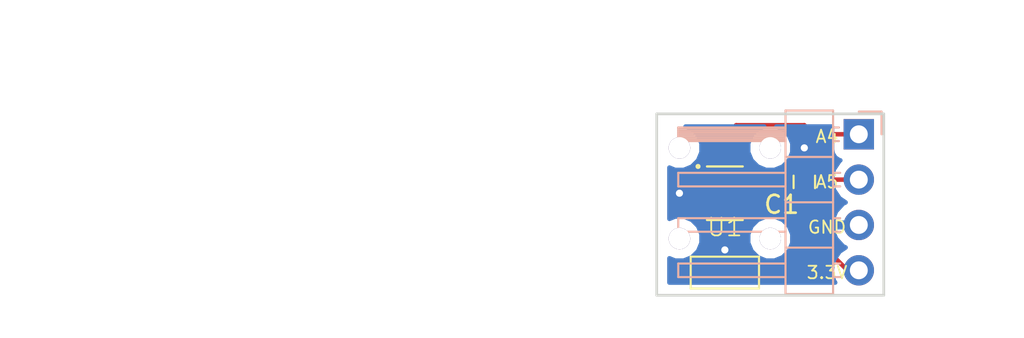
<source format=kicad_pcb>
(kicad_pcb (version 4) (host pcbnew 4.0.7-e2-6376~60~ubuntu17.10.1)

  (general
    (links 9)
    (no_connects 0)
    (area 161.849999 100.889999 174.700001 111.200001)
    (thickness 1.6)
    (drawings 14)
    (tracks 23)
    (zones 0)
    (modules 8)
    (nets 8)
  )

  (page A4)
  (layers
    (0 F.Cu signal)
    (31 B.Cu signal)
    (32 B.Adhes user)
    (33 F.Adhes user)
    (34 B.Paste user)
    (35 F.Paste user)
    (36 B.SilkS user)
    (37 F.SilkS user)
    (38 B.Mask user)
    (39 F.Mask user)
    (40 Dwgs.User user)
    (41 Cmts.User user)
    (42 Eco1.User user)
    (43 Eco2.User user)
    (44 Edge.Cuts user)
    (45 Margin user)
    (46 B.CrtYd user)
    (47 F.CrtYd user)
    (48 B.Fab user)
    (49 F.Fab user)
  )

  (setup
    (last_trace_width 0.25)
    (trace_clearance 0.2)
    (zone_clearance 0.508)
    (zone_45_only no)
    (trace_min 0.2)
    (segment_width 0.2)
    (edge_width 0.15)
    (via_size 0.6)
    (via_drill 0.4)
    (via_min_size 0.4)
    (via_min_drill 0.3)
    (uvia_size 0.3)
    (uvia_drill 0.1)
    (uvias_allowed no)
    (uvia_min_size 0.2)
    (uvia_min_drill 0.1)
    (pcb_text_width 0.3)
    (pcb_text_size 1.5 1.5)
    (mod_edge_width 0.15)
    (mod_text_size 1 1)
    (mod_text_width 0.15)
    (pad_size 1.199 1.199)
    (pad_drill 1.19888)
    (pad_to_mask_clearance 0.2)
    (aux_axis_origin 0 0)
    (visible_elements FFFFFF7F)
    (pcbplotparams
      (layerselection 0x010ff_80000001)
      (usegerberextensions true)
      (excludeedgelayer true)
      (linewidth 0.100000)
      (plotframeref false)
      (viasonmask false)
      (mode 1)
      (useauxorigin false)
      (hpglpennumber 1)
      (hpglpenspeed 20)
      (hpglpendiameter 15)
      (hpglpenoverlay 2)
      (psnegative false)
      (psa4output false)
      (plotreference true)
      (plotvalue true)
      (plotinvisibletext false)
      (padsonsilk false)
      (subtractmaskfromsilk false)
      (outputformat 1)
      (mirror false)
      (drillshape 0)
      (scaleselection 1)
      (outputdirectory /home/ed/Kicad/Cosmonode_full/Cosmonode_ext01/gerber/))
  )

  (net 0 "")
  (net 1 +3V3)
  (net 2 GND)
  (net 3 A5)
  (net 4 A4)
  (net 5 "Net-(J3-Pad1)")
  (net 6 "Net-(J3-Pad3)")
  (net 7 "Net-(U1-Pad7)")

  (net_class Default "Ceci est la Netclass par défaut"
    (clearance 0.2)
    (trace_width 0.25)
    (via_dia 0.6)
    (via_drill 0.4)
    (uvia_dia 0.3)
    (uvia_drill 0.1)
    (add_net +3V3)
    (add_net A4)
    (add_net A5)
    (add_net GND)
    (add_net "Net-(J3-Pad1)")
    (add_net "Net-(J3-Pad3)")
    (add_net "Net-(U1-Pad7)")
  )

  (module Pin_Headers:Pin_Header_Angled_1x04_Pitch2.54mm (layer B.Cu) (tedit 5A454413) (tstamp 5A2EA6CC)
    (at 173.228 102.108 180)
    (descr "Through hole angled pin header, 1x04, 2.54mm pitch, 6mm pin length, single row")
    (tags "Through hole angled pin header THT 1x04 2.54mm single row")
    (path /5A2EA633)
    (fp_text reference J1 (at 4.385 2.27 180) (layer B.SilkS) hide
      (effects (font (size 1 1) (thickness 0.15)) (justify mirror))
    )
    (fp_text value CONN_01X04 (at 4.385 -9.89 180) (layer B.Fab) hide
      (effects (font (size 1 1) (thickness 0.15)) (justify mirror))
    )
    (fp_line (start 2.135 1.27) (end 4.04 1.27) (layer B.Fab) (width 0.1))
    (fp_line (start 4.04 1.27) (end 4.04 -8.89) (layer B.Fab) (width 0.1))
    (fp_line (start 4.04 -8.89) (end 1.5 -8.89) (layer B.Fab) (width 0.1))
    (fp_line (start 1.5 -8.89) (end 1.5 0.635) (layer B.Fab) (width 0.1))
    (fp_line (start 1.5 0.635) (end 2.135 1.27) (layer B.Fab) (width 0.1))
    (fp_line (start -0.32 0.32) (end 1.5 0.32) (layer B.Fab) (width 0.1))
    (fp_line (start -0.32 0.32) (end -0.32 -0.32) (layer B.Fab) (width 0.1))
    (fp_line (start -0.32 -0.32) (end 1.5 -0.32) (layer B.Fab) (width 0.1))
    (fp_line (start 4.04 0.32) (end 10.04 0.32) (layer B.Fab) (width 0.1))
    (fp_line (start 10.04 0.32) (end 10.04 -0.32) (layer B.Fab) (width 0.1))
    (fp_line (start 4.04 -0.32) (end 10.04 -0.32) (layer B.Fab) (width 0.1))
    (fp_line (start -0.32 -2.22) (end 1.5 -2.22) (layer B.Fab) (width 0.1))
    (fp_line (start -0.32 -2.22) (end -0.32 -2.86) (layer B.Fab) (width 0.1))
    (fp_line (start -0.32 -2.86) (end 1.5 -2.86) (layer B.Fab) (width 0.1))
    (fp_line (start 4.04 -2.22) (end 10.04 -2.22) (layer B.Fab) (width 0.1))
    (fp_line (start 10.04 -2.22) (end 10.04 -2.86) (layer B.Fab) (width 0.1))
    (fp_line (start 4.04 -2.86) (end 10.04 -2.86) (layer B.Fab) (width 0.1))
    (fp_line (start -0.32 -4.76) (end 1.5 -4.76) (layer B.Fab) (width 0.1))
    (fp_line (start -0.32 -4.76) (end -0.32 -5.4) (layer B.Fab) (width 0.1))
    (fp_line (start -0.32 -5.4) (end 1.5 -5.4) (layer B.Fab) (width 0.1))
    (fp_line (start 4.04 -4.76) (end 10.04 -4.76) (layer B.Fab) (width 0.1))
    (fp_line (start 10.04 -4.76) (end 10.04 -5.4) (layer B.Fab) (width 0.1))
    (fp_line (start 4.04 -5.4) (end 10.04 -5.4) (layer B.Fab) (width 0.1))
    (fp_line (start -0.32 -7.3) (end 1.5 -7.3) (layer B.Fab) (width 0.1))
    (fp_line (start -0.32 -7.3) (end -0.32 -7.94) (layer B.Fab) (width 0.1))
    (fp_line (start -0.32 -7.94) (end 1.5 -7.94) (layer B.Fab) (width 0.1))
    (fp_line (start 4.04 -7.3) (end 10.04 -7.3) (layer B.Fab) (width 0.1))
    (fp_line (start 10.04 -7.3) (end 10.04 -7.94) (layer B.Fab) (width 0.1))
    (fp_line (start 4.04 -7.94) (end 10.04 -7.94) (layer B.Fab) (width 0.1))
    (fp_line (start 1.44 1.33) (end 1.44 -8.95) (layer B.SilkS) (width 0.12))
    (fp_line (start 1.44 -8.95) (end 4.1 -8.95) (layer B.SilkS) (width 0.12))
    (fp_line (start 4.1 -8.95) (end 4.1 1.33) (layer B.SilkS) (width 0.12))
    (fp_line (start 4.1 1.33) (end 1.44 1.33) (layer B.SilkS) (width 0.12))
    (fp_line (start 4.1 0.38) (end 10.1 0.38) (layer B.SilkS) (width 0.12))
    (fp_line (start 10.1 0.38) (end 10.1 -0.38) (layer B.SilkS) (width 0.12))
    (fp_line (start 10.1 -0.38) (end 4.1 -0.38) (layer B.SilkS) (width 0.12))
    (fp_line (start 4.1 0.32) (end 10.1 0.32) (layer B.SilkS) (width 0.12))
    (fp_line (start 4.1 0.2) (end 10.1 0.2) (layer B.SilkS) (width 0.12))
    (fp_line (start 4.1 0.08) (end 10.1 0.08) (layer B.SilkS) (width 0.12))
    (fp_line (start 4.1 -0.04) (end 10.1 -0.04) (layer B.SilkS) (width 0.12))
    (fp_line (start 4.1 -0.16) (end 10.1 -0.16) (layer B.SilkS) (width 0.12))
    (fp_line (start 4.1 -0.28) (end 10.1 -0.28) (layer B.SilkS) (width 0.12))
    (fp_line (start 1.11 0.38) (end 1.44 0.38) (layer B.SilkS) (width 0.12))
    (fp_line (start 1.11 -0.38) (end 1.44 -0.38) (layer B.SilkS) (width 0.12))
    (fp_line (start 1.44 -1.27) (end 4.1 -1.27) (layer B.SilkS) (width 0.12))
    (fp_line (start 4.1 -2.16) (end 10.1 -2.16) (layer B.SilkS) (width 0.12))
    (fp_line (start 10.1 -2.16) (end 10.1 -2.92) (layer B.SilkS) (width 0.12))
    (fp_line (start 10.1 -2.92) (end 4.1 -2.92) (layer B.SilkS) (width 0.12))
    (fp_line (start 1.042929 -2.16) (end 1.44 -2.16) (layer B.SilkS) (width 0.12))
    (fp_line (start 1.042929 -2.92) (end 1.44 -2.92) (layer B.SilkS) (width 0.12))
    (fp_line (start 1.44 -3.81) (end 4.1 -3.81) (layer B.SilkS) (width 0.12))
    (fp_line (start 4.1 -4.7) (end 10.1 -4.7) (layer B.SilkS) (width 0.12))
    (fp_line (start 10.1 -4.7) (end 10.1 -5.46) (layer B.SilkS) (width 0.12))
    (fp_line (start 10.1 -5.46) (end 4.1 -5.46) (layer B.SilkS) (width 0.12))
    (fp_line (start 1.042929 -4.7) (end 1.44 -4.7) (layer B.SilkS) (width 0.12))
    (fp_line (start 1.042929 -5.46) (end 1.44 -5.46) (layer B.SilkS) (width 0.12))
    (fp_line (start 1.44 -6.35) (end 4.1 -6.35) (layer B.SilkS) (width 0.12))
    (fp_line (start 4.1 -7.24) (end 10.1 -7.24) (layer B.SilkS) (width 0.12))
    (fp_line (start 10.1 -7.24) (end 10.1 -8) (layer B.SilkS) (width 0.12))
    (fp_line (start 10.1 -8) (end 4.1 -8) (layer B.SilkS) (width 0.12))
    (fp_line (start 1.042929 -7.24) (end 1.44 -7.24) (layer B.SilkS) (width 0.12))
    (fp_line (start 1.042929 -8) (end 1.44 -8) (layer B.SilkS) (width 0.12))
    (fp_line (start -1.27 0) (end -1.27 1.27) (layer B.SilkS) (width 0.12))
    (fp_line (start -1.27 1.27) (end 0 1.27) (layer B.SilkS) (width 0.12))
    (fp_line (start -1.8 1.8) (end -1.8 -9.4) (layer B.CrtYd) (width 0.05))
    (fp_line (start -1.8 -9.4) (end 10.55 -9.4) (layer B.CrtYd) (width 0.05))
    (fp_line (start 10.55 -9.4) (end 10.55 1.8) (layer B.CrtYd) (width 0.05))
    (fp_line (start 10.55 1.8) (end -1.8 1.8) (layer B.CrtYd) (width 0.05))
    (fp_text user %R (at 2.77 -3.81 450) (layer B.Fab)
      (effects (font (size 1 1) (thickness 0.15)) (justify mirror))
    )
    (pad 1 thru_hole rect (at 0 0 180) (size 1.7 1.7) (drill 1) (layers *.Cu *.Mask)
      (net 4 A4))
    (pad 2 thru_hole oval (at 0 -2.54 180) (size 1.7 1.7) (drill 1) (layers *.Cu *.Mask)
      (net 3 A5))
    (pad 3 thru_hole oval (at 0 -5.08 180) (size 1.7 1.7) (drill 1) (layers *.Cu *.Mask)
      (net 2 GND))
    (pad 4 thru_hole oval (at 0 -7.62 180) (size 1.7 1.7) (drill 1) (layers *.Cu *.Mask)
      (net 1 +3V3))
    (model ${KISYS3DMOD}/Pin_Headers.3dshapes/Pin_Header_Angled_1x04_Pitch2.54mm.wrl
      (at (xyz 0 0 0))
      (scale (xyz 1 1 1))
      (rotate (xyz 0 0 0))
    )
  )

  (module SI7020-A20-YM0R:SON100P300X300X80-7N (layer F.Cu) (tedit 5A454109) (tstamp 5A2E9FC2)
    (at 165.735 105.41)
    (path /5A2EA676)
    (attr smd)
    (fp_text reference U1 (at 0 1.905) (layer F.SilkS)
      (effects (font (size 1 1) (thickness 0.1)))
    )
    (fp_text value SI7020-A20-YM0R (at 0.775 2.265) (layer F.SilkS) hide
      (effects (font (size 1 1) (thickness 0.05)))
    )
    (fp_circle (center -1.5 -1.5) (end -1.35858 -1.5) (layer F.SilkS) (width 0))
    (fp_line (start -2.15 -1.8) (end 2.15 -1.8) (layer Dwgs.User) (width 0.05))
    (fp_line (start 2.15 -1.8) (end 2.15 1.8) (layer Dwgs.User) (width 0.05))
    (fp_line (start 2.15 1.8) (end -2.15 1.8) (layer Dwgs.User) (width 0.05))
    (fp_line (start -2.15 1.8) (end -2.15 -1.8) (layer Dwgs.User) (width 0.05))
    (fp_line (start -1.5 -1.5) (end 1.5 -1.5) (layer Dwgs.User) (width 0.05))
    (fp_line (start 1.5 -1.5) (end 1.5 1.5) (layer Dwgs.User) (width 0.05))
    (fp_line (start 1.5 1.5) (end -1.5 1.5) (layer Dwgs.User) (width 0.05))
    (fp_line (start -1.5 1.5) (end -1.5 -1.5) (layer Dwgs.User) (width 0.05))
    (fp_line (start -1 -1.5) (end 1 -1.5) (layer F.SilkS) (width 0.127))
    (fp_line (start -1 1.5) (end 1 1.5) (layer F.SilkS) (width 0.127))
    (pad 1 smd rect (at -1.45 -1) (size 0.85 0.45) (layers F.Cu F.Paste F.Mask)
      (net 4 A4))
    (pad 2 smd rect (at -1.45 0) (size 0.85 0.45) (layers F.Cu F.Paste F.Mask)
      (net 2 GND))
    (pad 3 smd rect (at -1.45 1) (size 0.85 0.45) (layers F.Cu F.Paste F.Mask)
      (net 6 "Net-(J3-Pad3)"))
    (pad 4 smd rect (at 1.45 1 180) (size 0.85 0.45) (layers F.Cu F.Paste F.Mask)
      (net 5 "Net-(J3-Pad1)"))
    (pad 5 smd rect (at 1.45 0 180) (size 0.85 0.45) (layers F.Cu F.Paste F.Mask)
      (net 1 +3V3))
    (pad 6 smd rect (at 1.45 -1 180) (size 0.85 0.45) (layers F.Cu F.Paste F.Mask)
      (net 3 A5))
    (pad 7 smd rect (at 0 0) (size 1.6 2.5) (layers F.Cu F.Paste F.Mask)
      (net 7 "Net-(U1-Pad7)"))
  )

  (module Connectors:GS3 (layer F.Cu) (tedit 5A2EA1D4) (tstamp 5A2EA176)
    (at 165.735 109.855 270)
    (descr "3-pin solder bridge")
    (tags "solder bridge")
    (path /5A2EAAE8)
    (attr smd)
    (fp_text reference J3 (at -1.7 0 360) (layer F.SilkS) hide
      (effects (font (size 1 1) (thickness 0.15)))
    )
    (fp_text value GS3 (at 1.8 0 360) (layer F.Fab) hide
      (effects (font (size 1 1) (thickness 0.15)))
    )
    (fp_line (start -1.15 -2.15) (end 1.15 -2.15) (layer F.CrtYd) (width 0.05))
    (fp_line (start 1.15 -2.15) (end 1.15 2.15) (layer F.CrtYd) (width 0.05))
    (fp_line (start 1.15 2.15) (end -1.15 2.15) (layer F.CrtYd) (width 0.05))
    (fp_line (start -1.15 2.15) (end -1.15 -2.15) (layer F.CrtYd) (width 0.05))
    (fp_line (start -0.89 -1.91) (end -0.89 1.91) (layer F.SilkS) (width 0.12))
    (fp_line (start -0.89 1.91) (end 0.89 1.91) (layer F.SilkS) (width 0.12))
    (fp_line (start 0.89 1.91) (end 0.89 -1.91) (layer F.SilkS) (width 0.12))
    (fp_line (start -0.89 -1.91) (end 0.89 -1.91) (layer F.SilkS) (width 0.12))
    (pad 1 smd rect (at 0 -1.27 270) (size 1.27 0.97) (layers F.Cu F.Paste F.Mask)
      (net 5 "Net-(J3-Pad1)"))
    (pad 2 smd rect (at 0 0 270) (size 1.27 0.97) (layers F.Cu F.Paste F.Mask)
      (net 2 GND))
    (pad 3 smd rect (at 0 1.27 270) (size 1.27 0.97) (layers F.Cu F.Paste F.Mask)
      (net 6 "Net-(J3-Pad3)"))
  )

  (module Capacitors_SMD:C_0603_HandSoldering (layer F.Cu) (tedit 5A454418) (tstamp 5A453725)
    (at 170.18 104.775 90)
    (descr "Capacitor SMD 0603, hand soldering")
    (tags "capacitor 0603")
    (path /5A4535B3)
    (attr smd)
    (fp_text reference C1 (at -1.27 -1.27 180) (layer F.SilkS)
      (effects (font (size 1 1) (thickness 0.15)))
    )
    (fp_text value 100nF (at 0 1.5 90) (layer F.Fab) hide
      (effects (font (size 1 1) (thickness 0.15)))
    )
    (fp_text user %R (at 0 -1.25 90) (layer F.Fab) hide
      (effects (font (size 1 1) (thickness 0.15)))
    )
    (fp_line (start -0.8 0.4) (end -0.8 -0.4) (layer F.Fab) (width 0.1))
    (fp_line (start 0.8 0.4) (end -0.8 0.4) (layer F.Fab) (width 0.1))
    (fp_line (start 0.8 -0.4) (end 0.8 0.4) (layer F.Fab) (width 0.1))
    (fp_line (start -0.8 -0.4) (end 0.8 -0.4) (layer F.Fab) (width 0.1))
    (fp_line (start -0.35 -0.6) (end 0.35 -0.6) (layer F.SilkS) (width 0.12))
    (fp_line (start 0.35 0.6) (end -0.35 0.6) (layer F.SilkS) (width 0.12))
    (fp_line (start -1.8 -0.65) (end 1.8 -0.65) (layer F.CrtYd) (width 0.05))
    (fp_line (start -1.8 -0.65) (end -1.8 0.65) (layer F.CrtYd) (width 0.05))
    (fp_line (start 1.8 0.65) (end 1.8 -0.65) (layer F.CrtYd) (width 0.05))
    (fp_line (start 1.8 0.65) (end -1.8 0.65) (layer F.CrtYd) (width 0.05))
    (pad 1 smd rect (at -0.95 0 90) (size 1.2 0.75) (layers F.Cu F.Paste F.Mask)
      (net 1 +3V3))
    (pad 2 smd rect (at 0.95 0 90) (size 1.2 0.75) (layers F.Cu F.Paste F.Mask)
      (net 2 GND))
    (model Capacitors_SMD.3dshapes/C_0603.wrl
      (at (xyz 0 0 0))
      (scale (xyz 1 1 1))
      (rotate (xyz 0 0 0))
    )
  )

  (module Wire_Pads:SolderWirePad_single_1-2mmDrill (layer F.Cu) (tedit 5A453EC2) (tstamp 5A453B7E)
    (at 163.195 107.95)
    (path /5A453B9F)
    (fp_text reference J2 (at 0 -3.81) (layer F.SilkS) hide
      (effects (font (size 1 1) (thickness 0.15)))
    )
    (fp_text value CONN_01X01 (at -1.905 3.175) (layer F.Fab) hide
      (effects (font (size 1 1) (thickness 0.15)))
    )
    (pad "" np_thru_hole circle (at 0 0) (size 1.19912 1.19912) (drill 1.19888) (layers *.Cu *.Mask))
  )

  (module Wire_Pads:SolderWirePad_single_1-2mmDrill (layer F.Cu) (tedit 5A453EC5) (tstamp 5A453B83)
    (at 168.275 107.95)
    (path /5A453C13)
    (fp_text reference J4 (at 0 -3.81) (layer F.SilkS) hide
      (effects (font (size 1 1) (thickness 0.15)))
    )
    (fp_text value CONN_01X01 (at -1.905 3.175) (layer F.Fab) hide
      (effects (font (size 1 1) (thickness 0.15)))
    )
    (pad "" np_thru_hole circle (at 0 0) (size 1.199 1.199) (drill 1.19888) (layers *.Cu *.Mask))
  )

  (module Wire_Pads:SolderWirePad_single_1-2mmDrill (layer F.Cu) (tedit 5A4540FF) (tstamp 5A453B88)
    (at 163.195 102.87)
    (path /5A453C53)
    (fp_text reference J5 (at 0 -3.81) (layer F.SilkS) hide
      (effects (font (size 1 1) (thickness 0.15)))
    )
    (fp_text value CONN_01X01 (at -1.905 3.175) (layer F.Fab) hide
      (effects (font (size 1 1) (thickness 0.15)))
    )
    (pad "" np_thru_hole circle (at 0 0) (size 1.199 1.199) (drill 1.19888) (layers *.Cu *.Mask))
  )

  (module Wire_Pads:SolderWirePad_single_1-2mmDrill (layer F.Cu) (tedit 5A454102) (tstamp 5A453B8D)
    (at 168.275 102.87)
    (path /5A453C98)
    (fp_text reference J6 (at 0 -3.81) (layer F.SilkS) hide
      (effects (font (size 1 1) (thickness 0.15)))
    )
    (fp_text value CONN_01X01 (at -1.905 3.175) (layer F.Fab) hide
      (effects (font (size 1 1) (thickness 0.15)))
    )
    (pad "" np_thru_hole circle (at 0 0) (size 1.199 1.199) (drill 1.19888) (layers *.Cu *.Mask))
  )

  (dimension 6.096 (width 0.3) (layer F.Fab)
    (gr_text "6,096 mm" (at 165.608 114.126) (layer F.Fab)
      (effects (font (size 1.5 1.5) (thickness 0.3)))
    )
    (feature1 (pts (xy 162.56 109.22) (xy 162.56 115.476)))
    (feature2 (pts (xy 168.656 109.22) (xy 168.656 115.476)))
    (crossbar (pts (xy 168.656 112.776) (xy 162.56 112.776)))
    (arrow1a (pts (xy 162.56 112.776) (xy 163.686504 112.189579)))
    (arrow1b (pts (xy 162.56 112.776) (xy 163.686504 113.362421)))
    (arrow2a (pts (xy 168.656 112.776) (xy 167.529496 112.189579)))
    (arrow2b (pts (xy 168.656 112.776) (xy 167.529496 113.362421)))
  )
  (dimension 6.096 (width 0.3) (layer F.Fab)
    (gr_text "6,096 mm" (at 156.638 105.664 270) (layer F.Fab)
      (effects (font (size 1.5 1.5) (thickness 0.3)))
    )
    (feature1 (pts (xy 162.052 108.712) (xy 155.288 108.712)))
    (feature2 (pts (xy 162.052 102.616) (xy 155.288 102.616)))
    (crossbar (pts (xy 157.988 102.616) (xy 157.988 108.712)))
    (arrow1a (pts (xy 157.988 108.712) (xy 157.401579 107.585496)))
    (arrow1b (pts (xy 157.988 108.712) (xy 158.574421 107.585496)))
    (arrow2a (pts (xy 157.988 102.616) (xy 157.401579 103.742504)))
    (arrow2b (pts (xy 157.988 102.616) (xy 158.574421 103.742504)))
  )
  (dimension 6.096 (width 0.3) (layer F.Fab)
    (gr_text "6,096 mm" (at 167.64 98.218) (layer F.Fab) (tstamp 5A453E7E)
      (effects (font (size 1.5 1.5) (thickness 0.3)))
    )
    (feature1 (pts (xy 164.592 100.584) (xy 164.592 96.868)))
    (feature2 (pts (xy 170.688 100.584) (xy 170.688 96.868)))
    (crossbar (pts (xy 170.688 99.568) (xy 164.592 99.568)))
    (arrow1a (pts (xy 164.592 99.568) (xy 165.718504 98.981579)))
    (arrow1b (pts (xy 164.592 99.568) (xy 165.718504 100.154421)))
    (arrow2a (pts (xy 170.688 99.568) (xy 169.561496 98.981579)))
    (arrow2b (pts (xy 170.688 99.568) (xy 169.561496 100.154421)))
  )
  (gr_text "A commander en 1.2 mm d'épaisseur" (at 139.7 104.775) (layer F.Fab)
    (effects (font (size 1 1) (thickness 0.2)))
  )
  (dimension 10.16 (width 0.3) (layer F.Fab)
    (gr_text "10,160 mm" (at 179.785 106.045 270) (layer F.Fab)
      (effects (font (size 1.5 1.5) (thickness 0.3)))
    )
    (feature1 (pts (xy 174.625 111.125) (xy 181.135 111.125)))
    (feature2 (pts (xy 174.625 100.965) (xy 181.135 100.965)))
    (crossbar (pts (xy 178.435 100.965) (xy 178.435 111.125)))
    (arrow1a (pts (xy 178.435 111.125) (xy 177.848579 109.998496)))
    (arrow1b (pts (xy 178.435 111.125) (xy 179.021421 109.998496)))
    (arrow2a (pts (xy 178.435 100.965) (xy 177.848579 102.091504)))
    (arrow2b (pts (xy 178.435 100.965) (xy 179.021421 102.091504)))
  )
  (dimension 12.7 (width 0.3) (layer F.Fab)
    (gr_text "12,700 mm" (at 168.656 96.52) (layer F.Fab) (tstamp 5A453E92)
      (effects (font (size 1.5 1.5) (thickness 0.3)))
    )
    (feature1 (pts (xy 174.625 100.965) (xy 174.625 95.09)))
    (feature2 (pts (xy 161.925 100.965) (xy 161.925 95.09)))
    (crossbar (pts (xy 161.925 97.79) (xy 174.625 97.79)))
    (arrow1a (pts (xy 174.625 97.79) (xy 173.498496 98.376421)))
    (arrow1b (pts (xy 174.625 97.79) (xy 173.498496 97.203579)))
    (arrow2a (pts (xy 161.925 97.79) (xy 163.051504 98.376421)))
    (arrow2b (pts (xy 161.925 97.79) (xy 163.051504 97.203579)))
  )
  (gr_text A4 (at 171.45 102.235) (layer F.SilkS)
    (effects (font (size 0.7 0.7) (thickness 0.1)))
  )
  (gr_text A5 (at 171.45 104.775) (layer F.SilkS)
    (effects (font (size 0.7 0.7) (thickness 0.1)))
  )
  (gr_text GND (at 171.45 107.315) (layer F.SilkS)
    (effects (font (size 0.7 0.7) (thickness 0.1)))
  )
  (gr_text 3.3V (at 171.45 109.855) (layer F.SilkS)
    (effects (font (size 0.7 0.7) (thickness 0.1)))
  )
  (gr_line (start 174.625 111.125) (end 174.625 100.965) (angle 90) (layer Edge.Cuts) (width 0.15))
  (gr_line (start 161.925 111.125) (end 174.625 111.125) (angle 90) (layer Edge.Cuts) (width 0.15))
  (gr_line (start 161.925 100.965) (end 161.925 111.125) (angle 90) (layer Edge.Cuts) (width 0.15))
  (gr_line (start 174.625 100.965) (end 161.925 100.965) (angle 90) (layer Edge.Cuts) (width 0.15))

  (segment (start 170.18 105.725) (end 168.59 105.725) (width 0.25) (layer F.Cu) (net 1))
  (segment (start 168.59 105.725) (end 168.91 106.045) (width 0.25) (layer F.Cu) (net 1) (tstamp 5A45426C))
  (segment (start 167.185 105.41) (end 168.275 105.41) (width 0.25) (layer F.Cu) (net 1))
  (segment (start 168.275 105.41) (end 168.91 106.045) (width 0.25) (layer F.Cu) (net 1) (tstamp 5A4540E0))
  (segment (start 168.91 106.045) (end 172.593 109.728) (width 0.25) (layer F.Cu) (net 1) (tstamp 5A45426F))
  (segment (start 172.593 109.728) (end 173.228 109.728) (width 0.25) (layer F.Cu) (net 1) (tstamp 5A4540E2))
  (segment (start 164.285 105.41) (end 163.195 105.41) (width 0.25) (layer F.Cu) (net 2))
  (via (at 163.195 105.41) (size 0.6) (drill 0.4) (layers F.Cu B.Cu) (net 2))
  (segment (start 170.18 103.825) (end 170.18 102.87) (width 0.25) (layer F.Cu) (net 2))
  (via (at 170.18 102.87) (size 0.6) (drill 0.4) (layers F.Cu B.Cu) (net 2))
  (segment (start 165.735 109.855) (end 165.735 108.585) (width 0.25) (layer F.Cu) (net 2))
  (via (at 165.735 108.585) (size 0.6) (drill 0.4) (layers F.Cu B.Cu) (net 2))
  (segment (start 173.228 104.648) (end 167.423 104.648) (width 0.25) (layer F.Cu) (net 3))
  (segment (start 167.423 104.648) (end 167.185 104.41) (width 0.25) (layer F.Cu) (net 3) (tstamp 5A4540E7))
  (segment (start 164.285 104.41) (end 164.285 103.685) (width 0.25) (layer F.Cu) (net 4))
  (segment (start 170.688 102.108) (end 173.228 102.108) (width 0.25) (layer F.Cu) (net 4) (tstamp 5A454285))
  (segment (start 170.18 101.6) (end 170.688 102.108) (width 0.25) (layer F.Cu) (net 4) (tstamp 5A454284))
  (segment (start 166.37 101.6) (end 170.18 101.6) (width 0.25) (layer F.Cu) (net 4) (tstamp 5A454282))
  (segment (start 164.285 103.685) (end 166.37 101.6) (width 0.25) (layer F.Cu) (net 4) (tstamp 5A45427E))
  (segment (start 167.005 109.855) (end 167.005 106.59) (width 0.25) (layer F.Cu) (net 5))
  (segment (start 167.005 106.59) (end 167.185 106.41) (width 0.25) (layer F.Cu) (net 5) (tstamp 5A4540DD))
  (segment (start 164.465 109.855) (end 164.465 106.59) (width 0.25) (layer F.Cu) (net 6))
  (segment (start 164.465 106.59) (end 164.285 106.41) (width 0.25) (layer F.Cu) (net 6) (tstamp 5A4540DA))

  (zone (net 2) (net_name GND) (layer B.Cu) (tstamp 5A45415A) (hatch edge 0.508)
    (connect_pads (clearance 0.508))
    (min_thickness 0.254)
    (fill yes (arc_segments 16) (thermal_gap 0.508) (thermal_bridge_width 0.508))
    (polygon
      (pts
        (xy 174.625 111.125) (xy 161.925 111.125) (xy 161.925 100.965) (xy 174.625 100.965)
      )
    )
    (filled_polygon
      (pts
        (xy 167.576626 101.822832) (xy 167.229052 102.169799) (xy 167.040715 102.623366) (xy 167.040286 103.11448) (xy 167.227832 103.568374)
        (xy 167.574799 103.915948) (xy 168.028366 104.104285) (xy 168.51948 104.104714) (xy 168.973374 103.917168) (xy 169.320948 103.570201)
        (xy 169.509285 103.116634) (xy 169.509714 102.62552) (xy 169.322168 102.171626) (xy 168.975201 101.824052) (xy 168.616243 101.675)
        (xy 171.73056 101.675) (xy 171.73056 102.958) (xy 171.774838 103.193317) (xy 171.91391 103.409441) (xy 172.12611 103.554431)
        (xy 172.193541 103.568086) (xy 172.148853 103.597946) (xy 171.826946 104.079715) (xy 171.713907 104.648) (xy 171.826946 105.216285)
        (xy 172.148853 105.698054) (xy 172.489553 105.925702) (xy 172.346642 105.992817) (xy 171.956355 106.421076) (xy 171.786524 106.83111)
        (xy 171.907845 107.061) (xy 173.101 107.061) (xy 173.101 107.041) (xy 173.355 107.041) (xy 173.355 107.061)
        (xy 173.375 107.061) (xy 173.375 107.315) (xy 173.355 107.315) (xy 173.355 107.335) (xy 173.101 107.335)
        (xy 173.101 107.315) (xy 171.907845 107.315) (xy 171.786524 107.54489) (xy 171.956355 107.954924) (xy 172.346642 108.383183)
        (xy 172.489553 108.450298) (xy 172.148853 108.677946) (xy 171.826946 109.159715) (xy 171.713907 109.728) (xy 171.826946 110.296285)
        (xy 171.906269 110.415) (xy 162.635 110.415) (xy 162.635 109.054229) (xy 162.948354 109.184345) (xy 163.439492 109.184773)
        (xy 163.893408 108.997219) (xy 164.240998 108.650235) (xy 164.429345 108.196646) (xy 164.429346 108.19448) (xy 167.040286 108.19448)
        (xy 167.227832 108.648374) (xy 167.574799 108.995948) (xy 168.028366 109.184285) (xy 168.51948 109.184714) (xy 168.973374 108.997168)
        (xy 169.320948 108.650201) (xy 169.509285 108.196634) (xy 169.509714 107.70552) (xy 169.322168 107.251626) (xy 168.975201 106.904052)
        (xy 168.521634 106.715715) (xy 168.03052 106.715286) (xy 167.576626 106.902832) (xy 167.229052 107.249799) (xy 167.040715 107.703366)
        (xy 167.040286 108.19448) (xy 164.429346 108.19448) (xy 164.429773 107.705508) (xy 164.242219 107.251592) (xy 163.895235 106.904002)
        (xy 163.441646 106.715655) (xy 162.950508 106.715227) (xy 162.635 106.845592) (xy 162.635 103.974164) (xy 162.948366 104.104285)
        (xy 163.43948 104.104714) (xy 163.893374 103.917168) (xy 164.240948 103.570201) (xy 164.429285 103.116634) (xy 164.429714 102.62552)
        (xy 164.242168 102.171626) (xy 163.895201 101.824052) (xy 163.536243 101.675) (xy 167.934405 101.675)
      )
    )
  )
)

</source>
